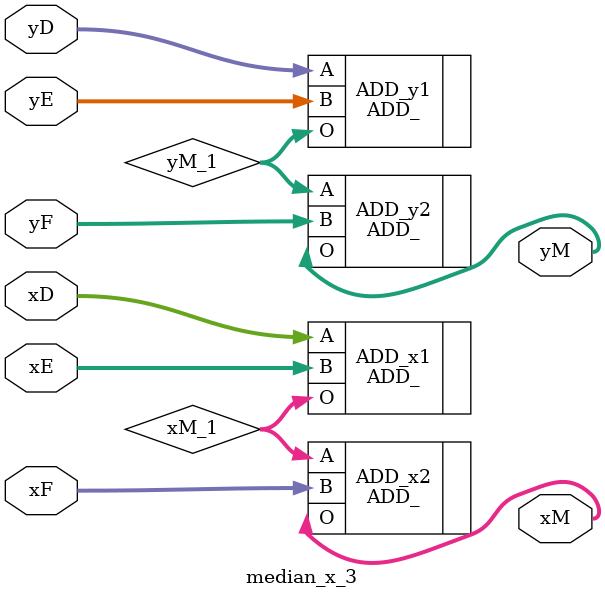
<source format=v>
`timescale 1ns / 1ps

module median_x_3 #(parameter N = 8)(
	input	signed	[N+1:0]	xD, yD,	xE, yE,	xF, yF,
	output	signed	[N+3:0]	xM, yM
);

	wire	signed	[N+2:0]	xM_1, yM_1;
	
	ADD_ #(.N(N+2), .M(N+2)) ADD_x1 (.A(xD), .B(xE), .O(xM_1));
	ADD_ #(.N(N+2), .M(N+2)) ADD_y1 (.A(yD), .B(yE), .O(yM_1));
	ADD_ #(.N(N+3), .M(N+2)) ADD_x2 (.A(xM_1), .B(xF), .O(xM));
	ADD_ #(.N(N+3), .M(N+2)) ADD_y2 (.A(yM_1), .B(yF), .O(yM));
	
endmodule 
</source>
